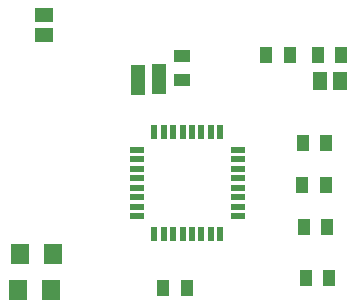
<source format=gtp>
G75*
%MOIN*%
%OFA0B0*%
%FSLAX25Y25*%
%IPPOS*%
%LPD*%
%AMOC8*
5,1,8,0,0,1.08239X$1,22.5*
%
%ADD10R,0.06299X0.07087*%
%ADD11R,0.05906X0.05118*%
%ADD12R,0.05118X0.05906*%
%ADD13R,0.05512X0.04331*%
%ADD14R,0.04331X0.05512*%
%ADD15R,0.05000X0.10000*%
%ADD16R,0.05000X0.02200*%
%ADD17R,0.02200X0.05000*%
D10*
X0025242Y0012870D03*
X0036265Y0012870D03*
X0036856Y0024878D03*
X0025832Y0024878D03*
D11*
X0033864Y0097909D03*
X0033864Y0104602D03*
D12*
X0125793Y0082555D03*
X0132486Y0082555D03*
D13*
X0079887Y0082949D03*
X0079887Y0090823D03*
D14*
X0107919Y0091138D03*
X0115793Y0091138D03*
X0125163Y0091335D03*
X0133037Y0091335D03*
X0128037Y0061886D03*
X0120163Y0061886D03*
X0120084Y0047909D03*
X0127958Y0047909D03*
X0128352Y0033736D03*
X0120478Y0033736D03*
X0121147Y0017004D03*
X0129021Y0017004D03*
X0081541Y0013461D03*
X0073667Y0013461D03*
D15*
X0072210Y0083224D03*
X0065242Y0083028D03*
D16*
X0064798Y0059563D03*
X0064798Y0056413D03*
X0064798Y0053264D03*
X0064798Y0050114D03*
X0064798Y0046965D03*
X0064798Y0043815D03*
X0064798Y0040665D03*
X0064798Y0037516D03*
X0098598Y0037516D03*
X0098598Y0040665D03*
X0098598Y0043815D03*
X0098598Y0046965D03*
X0098598Y0050114D03*
X0098598Y0053264D03*
X0098598Y0056413D03*
X0098598Y0059563D03*
D17*
X0092722Y0065439D03*
X0089572Y0065439D03*
X0086423Y0065439D03*
X0083273Y0065439D03*
X0080124Y0065439D03*
X0076974Y0065439D03*
X0073824Y0065439D03*
X0070675Y0065439D03*
X0070675Y0031639D03*
X0073824Y0031639D03*
X0076974Y0031639D03*
X0080124Y0031639D03*
X0083273Y0031639D03*
X0086423Y0031639D03*
X0089572Y0031639D03*
X0092722Y0031639D03*
M02*

</source>
